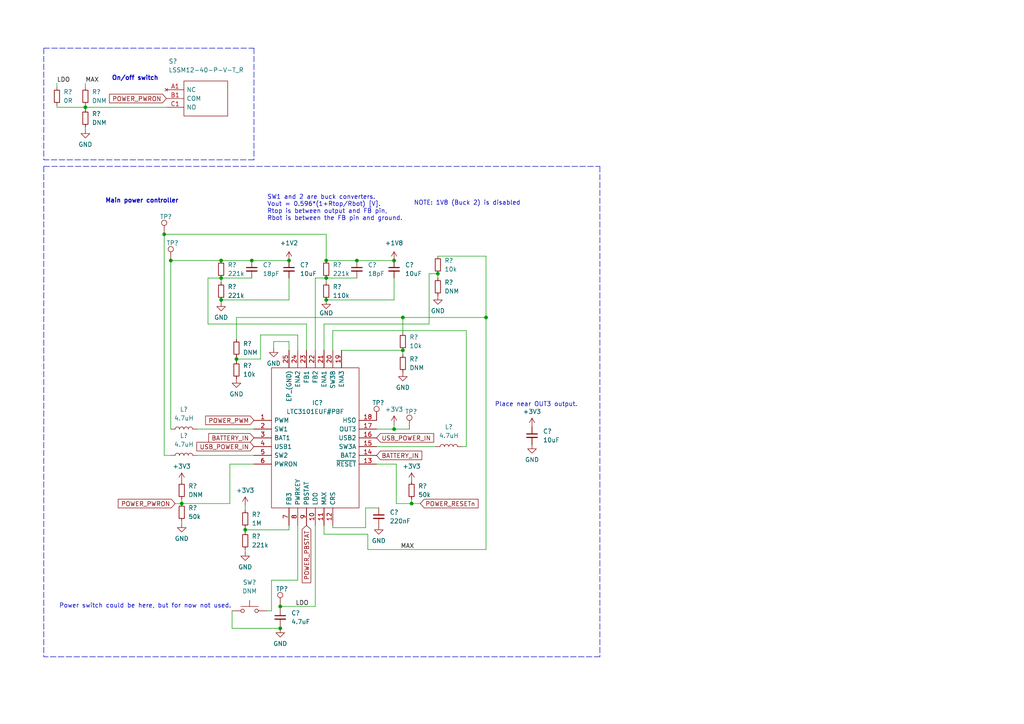
<source format=kicad_sch>
(kicad_sch (version 20211123) (generator eeschema)
  (paper "A4")
  (lib_symbols
    (symbol "Connector:TestPoint" (pin_numbers hide) (pin_names (offset 0.762) hide)
      (property "Reference" "TP" (at 0 6.858 0))
      (property "Value" "TestPoint" (at 0 5.08 0))
      (symbol "TestPoint_0_1"
        (circle (center 0 3.302) (radius 0.762))
      )
      (symbol "TestPoint_1_1"
        (pin passive line (at 0 0 90) (length 2.54) (name "1") (number "1"))
      )
    )
    (symbol "Device:C_Small" (pin_numbers hide) (pin_names (offset 0.254) hide)
      (property "Reference" "C" (at 0.254 1.778 0))
      (property "Value" "C_Small" (at 0.254 -2.032 0))
      (symbol "C_Small_0_1"
        (polyline (pts (xy -1.524 -0.508) (xy 1.524 -0.508)) (stroke (width 0.3302)))
        (polyline (pts (xy -1.524 0.508) (xy 1.524 0.508)) (stroke (width 0.3048)))
      )
      (symbol "C_Small_1_1"
        (pin passive line (at 0 2.54 270) (length 2.032) (name "~") (number "1"))
        (pin passive line (at 0 -2.54 90) (length 2.032) (name "~") (number "2"))
      )
    )
    (symbol "Device:L" (pin_numbers hide) (pin_names (offset 1.016) hide)
      (property "Reference" "L" (at -1.27 0 90))
      (property "Value" "L" (at 1.905 0 90))
      (symbol "L_0_1"
        (arc (start 0 -2.54) (mid 0.635 -1.905) (end 0 -1.27))
        (arc (start 0 -1.27) (mid 0.635 -0.635) (end 0 0))
        (arc (start 0 0) (mid 0.635 0.635) (end 0 1.27))
        (arc (start 0 1.27) (mid 0.635 1.905) (end 0 2.54))
      )
      (symbol "L_1_1"
        (pin passive line (at 0 3.81 270) (length 1.27) (name "1") (number "1"))
        (pin passive line (at 0 -3.81 90) (length 1.27) (name "2") (number "2"))
      )
    )
    (symbol "Device:R_Small" (pin_numbers hide) (pin_names (offset 0.254) hide)
      (property "Reference" "R" (at 0.762 0.508 0))
      (property "Value" "R_Small" (at 0.762 -1.016 0))
      (symbol "R_Small_0_1"
        (rectangle (start -0.762 1.778) (end 0.762 -1.778) (stroke (width 0.2032)))
      )
      (symbol "R_Small_1_1"
        (pin passive line (at 0 2.54 270) (length 0.762) (name "~") (number "1"))
        (pin passive line (at 0 -2.54 90) (length 0.762) (name "~") (number "2"))
      )
    )
    (symbol "SamacSys_Parts:LSSM12-40-P-V-T_R" (pin_names (offset 0.762))
      (property "Reference" "S" (at 19.05 7.62 0))
      (property "Value" "LSSM12-40-P-V-T_R" (at 19.05 5.08 0))
      (symbol "LSSM12-40-P-V-T_R_0_0"
        (pin no_connect line (at 0 0 0) (length 5.08) (name "NC") (number "A1"))
        (pin passive line (at 0 -2.54 0) (length 5.08) (name "COM") (number "B1"))
        (pin passive line (at 0 -5.08 0) (length 5.08) (name "NO") (number "C1"))
      )
      (symbol "LSSM12-40-P-V-T_R_0_1"
        (polyline (pts (xy 5.08 2.54) (xy 17.78 2.54) (xy 17.78 -7.62) (xy 5.08 -7.62) (xy 5.08 2.54)) (stroke (width 0.1524)))
      )
    )
    (symbol "SamacSys_Parts:LTC3101EUF#PBF" (pin_names (offset 0.762))
      (property "Reference" "IC" (at 31.75 20.32 0))
      (property "Value" "LTC3101EUF#PBF" (at 31.75 17.78 0))
      (symbol "LTC3101EUF#PBF_0_0"
        (pin passive line (at 0 0 0) (length 5.08) (name "PWM") (number "1"))
        (pin passive line (at 17.78 -30.48 90) (length 5.08) (name "LDO") (number "10"))
        (pin passive line (at 20.32 -30.48 90) (length 5.08) (name "MAX") (number "11"))
        (pin passive line (at 22.86 -30.48 90) (length 5.08) (name "CRS") (number "12"))
        (pin passive line (at 35.56 -12.7 180) (length 5.08) (name "~{RESET}") (number "13"))
        (pin passive line (at 35.56 -10.16 180) (length 5.08) (name "BAT2") (number "14"))
        (pin passive line (at 35.56 -7.62 180) (length 5.08) (name "SW3A") (number "15"))
        (pin passive line (at 35.56 -5.08 180) (length 5.08) (name "USB2") (number "16"))
        (pin passive line (at 35.56 -2.54 180) (length 5.08) (name "OUT3") (number "17"))
        (pin passive line (at 35.56 0 180) (length 5.08) (name "HSO") (number "18"))
        (pin passive line (at 25.4 20.32 270) (length 5.08) (name "ENA3") (number "19"))
        (pin passive line (at 0 -2.54 0) (length 5.08) (name "SW1") (number "2"))
        (pin passive line (at 22.86 20.32 270) (length 5.08) (name "SW3B") (number "20"))
        (pin passive line (at 20.32 20.32 270) (length 5.08) (name "ENA1") (number "21"))
        (pin passive line (at 17.78 20.32 270) (length 5.08) (name "FB2") (number "22"))
        (pin passive line (at 15.24 20.32 270) (length 5.08) (name "FB1") (number "23"))
        (pin passive line (at 12.7 20.32 270) (length 5.08) (name "ENA2") (number "24"))
        (pin passive line (at 10.16 20.32 270) (length 5.08) (name "EP_(GND)") (number "25"))
        (pin passive line (at 0 -5.08 0) (length 5.08) (name "BAT1") (number "3"))
        (pin passive line (at 0 -7.62 0) (length 5.08) (name "USB1") (number "4"))
        (pin passive line (at 0 -10.16 0) (length 5.08) (name "SW2") (number "5"))
        (pin passive line (at 0 -12.7 0) (length 5.08) (name "PWRON") (number "6"))
        (pin passive line (at 10.16 -30.48 90) (length 5.08) (name "FB3") (number "7"))
        (pin passive line (at 12.7 -30.48 90) (length 5.08) (name "PWRKEY") (number "8"))
        (pin passive line (at 15.24 -30.48 90) (length 5.08) (name "PBSTAT") (number "9"))
      )
      (symbol "LTC3101EUF#PBF_0_1"
        (polyline (pts (xy 5.08 15.24) (xy 30.48 15.24) (xy 30.48 -25.4) (xy 5.08 -25.4) (xy 5.08 15.24)) (stroke (width 0.1524)))
      )
    )
    (symbol "Switch:SW_MEC_5G" (pin_numbers hide) (pin_names (offset 1.016) hide)
      (property "Reference" "SW" (at 1.27 2.54 0))
      (property "Value" "SW_MEC_5G" (at 0 -1.524 0))
      (symbol "SW_MEC_5G_0_1"
        (circle (center -2.032 0) (radius 0.508))
        (polyline (pts (xy 0 1.27) (xy 0 3.048)))
        (polyline (pts (xy 2.54 1.27) (xy -2.54 1.27)))
        (circle (center 2.032 0) (radius 0.508))
        (pin passive line (at -5.08 0 0) (length 2.54) (name "A") (number "1"))
        (pin passive line (at 5.08 0 180) (length 2.54) (name "B") (number "3"))
      )
      (symbol "SW_MEC_5G_1_1"
        (pin passive line (at -5.08 0 0) (length 2.54) hide (name "A") (number "2"))
        (pin passive line (at 5.08 0 180) (length 2.54) hide (name "B") (number "4"))
      )
    )
    (symbol "power:+1V2" (power) (pin_names (offset 0))
      (property "Value" "+1V2" (at 0 3.556 0))
      (symbol "+1V2_0_1"
        (polyline (pts (xy -0.762 1.27) (xy 0 2.54)))
        (polyline (pts (xy 0 0) (xy 0 2.54)))
        (polyline (pts (xy 0 2.54) (xy 0.762 1.27)))
      )
      (symbol "+1V2_1_1"
        (pin power_in line (at 0 0 90) (length 0) hide (name "+1V2") (number "1"))
      )
    )
    (symbol "power:+1V8" (power) (pin_names (offset 0))
      (property "Value" "+1V8" (at 0 3.556 0))
      (symbol "+1V8_0_1"
        (polyline (pts (xy -0.762 1.27) (xy 0 2.54)))
        (polyline (pts (xy 0 0) (xy 0 2.54)))
        (polyline (pts (xy 0 2.54) (xy 0.762 1.27)))
      )
      (symbol "+1V8_1_1"
        (pin power_in line (at 0 0 90) (length 0) hide (name "+1V8") (number "1"))
      )
    )
    (symbol "power:+3V3" (power) (pin_names (offset 0))
      (property "Value" "+3V3" (at 0 3.556 0))
      (symbol "+3V3_0_1"
        (polyline (pts (xy -0.762 1.27) (xy 0 2.54)))
        (polyline (pts (xy 0 0) (xy 0 2.54)))
        (polyline (pts (xy 0 2.54) (xy 0.762 1.27)))
      )
      (symbol "+3V3_1_1"
        (pin power_in line (at 0 0 90) (length 0) hide (name "+3V3") (number "1"))
      )
    )
    (symbol "power:GND" (power) (pin_names (offset 0))
      (property "Value" "GND" (at 0 -3.81 0))
      (symbol "GND_0_1"
        (polyline (pts (xy 0 0) (xy 0 -1.27) (xy 1.27 -1.27) (xy 0 -2.54) (xy -1.27 -1.27) (xy 0 -1.27)))
      )
      (symbol "GND_1_1"
        (pin power_in line (at 0 0 270) (length 0) hide (name "GND") (number "1"))
      )
    )
  )
  (junction (at 116.84 92.075))
  (junction (at 49.53 75.565))
  (junction (at 47.625 67.945))
  (junction (at 24.765 31.115))
  (junction (at 68.58 104.14))
  (junction (at 119.38 146.05))
  (junction (at 64.135 86.995))
  (junction (at 94.615 86.995))
  (junction (at 64.135 80.645))
  (junction (at 73.025 75.565))
  (junction (at 114.3 75.565))
  (junction (at 52.705 146.05))
  (junction (at 114.3 124.46))
  (junction (at 94.615 75.565))
  (junction (at 103.505 75.565))
  (junction (at 127 79.375))
  (junction (at 116.84 101.6))
  (junction (at 140.97 92.075))
  (junction (at 81.28 175.895))
  (junction (at 81.28 182.245))
  (junction (at 83.82 75.565))
  (junction (at 71.12 153.67))
  (junction (at 64.135 75.565))
  (junction (at 94.615 80.645))
  (wire (pts (xy 93.98 152.4) (xy 93.98 154.94)))
  (wire (pts (xy 133.985 129.54) (xy 135.255 129.54)))
  (wire (pts (xy 91.44 80.645) (xy 94.615 80.645)))
  (wire (pts (xy 50.8 146.05) (xy 52.705 146.05)))
  (wire (pts (xy 68.58 103.505) (xy 68.58 104.14)))
  (wire (pts (xy 114.3 86.995) (xy 94.615 86.995)))
  (wire (pts (xy 75.565 104.14) (xy 68.58 104.14)))
  (wire (pts (xy 93.98 101.6) (xy 93.98 93.98)))
  (polyline (pts (xy 73.66 13.97) (xy 73.66 46.355)))
  (wire (pts (xy 16.51 24.13) (xy 16.51 25.4)))
  (wire (pts (xy 49.53 75.565) (xy 49.53 124.46)))
  (wire (pts (xy 24.765 31.115) (xy 24.765 31.75)))
  (wire (pts (xy 16.51 30.48) (xy 16.51 31.115)))
  (wire (pts (xy 93.98 154.94) (xy 106.68 154.94)))
  (wire (pts (xy 81.28 175.895) (xy 91.44 175.895)))
  (wire (pts (xy 75.565 97.155) (xy 75.565 104.14)))
  (wire (pts (xy 68.58 98.425) (xy 68.58 92.075)))
  (wire (pts (xy 140.97 74.295) (xy 140.97 92.075)))
  (wire (pts (xy 24.765 30.48) (xy 24.765 31.115)))
  (wire (pts (xy 83.82 99.06) (xy 83.82 101.6)))
  (wire (pts (xy 83.82 86.995) (xy 64.135 86.995)))
  (wire (pts (xy 64.135 80.645) (xy 64.135 81.915)))
  (wire (pts (xy 135.255 129.54) (xy 135.255 95.885)))
  (polyline (pts (xy 12.7 48.26) (xy 12.7 190.5)))
  (wire (pts (xy 106.68 159.385) (xy 140.97 159.385)))
  (wire (pts (xy 119.38 146.05) (xy 121.92 146.05)))
  (wire (pts (xy 48.26 31.115) (xy 24.765 31.115)))
  (wire (pts (xy 47.625 132.08) (xy 47.625 67.945)))
  (wire (pts (xy 67.31 177.165) (xy 67.31 182.245)))
  (wire (pts (xy 116.84 92.075) (xy 140.97 92.075)))
  (wire (pts (xy 71.12 159.385) (xy 71.12 160.02)))
  (wire (pts (xy 64.135 75.565) (xy 49.53 75.565)))
  (wire (pts (xy 109.22 129.54) (xy 126.365 129.54)))
  (wire (pts (xy 83.82 152.4) (xy 83.82 153.67)))
  (wire (pts (xy 52.705 144.78) (xy 52.705 146.05)))
  (wire (pts (xy 94.615 67.945) (xy 94.615 75.565)))
  (wire (pts (xy 64.135 75.565) (xy 73.025 75.565)))
  (wire (pts (xy 52.705 146.05) (xy 66.675 146.05)))
  (wire (pts (xy 124.46 93.98) (xy 124.46 79.375)))
  (wire (pts (xy 71.12 153.035) (xy 71.12 153.67)))
  (wire (pts (xy 57.15 132.08) (xy 73.66 132.08)))
  (wire (pts (xy 73.025 75.565) (xy 83.82 75.565)))
  (wire (pts (xy 94.615 80.645) (xy 94.615 81.915)))
  (wire (pts (xy 135.255 95.885) (xy 96.52 95.885)))
  (wire (pts (xy 93.98 93.98) (xy 124.46 93.98)))
  (wire (pts (xy 99.06 101.6) (xy 116.84 101.6)))
  (wire (pts (xy 86.36 101.6) (xy 86.36 97.155)))
  (wire (pts (xy 60.325 93.98) (xy 88.9 93.98)))
  (wire (pts (xy 106.045 153.035) (xy 96.52 153.035)))
  (polyline (pts (xy 73.66 46.355) (xy 12.7 46.355)))
  (wire (pts (xy 66.675 134.62) (xy 73.66 134.62)))
  (wire (pts (xy 24.765 24.13) (xy 24.765 25.4)))
  (wire (pts (xy 68.58 92.075) (xy 116.84 92.075)))
  (wire (pts (xy 68.58 104.14) (xy 68.58 104.775)))
  (wire (pts (xy 94.615 75.565) (xy 103.505 75.565)))
  (wire (pts (xy 96.52 95.885) (xy 96.52 101.6)))
  (wire (pts (xy 66.675 146.05) (xy 66.675 134.62)))
  (wire (pts (xy 77.47 177.165) (xy 78.74 177.165)))
  (wire (pts (xy 64.135 87.63) (xy 64.135 86.995)))
  (wire (pts (xy 83.82 153.67) (xy 71.12 153.67)))
  (wire (pts (xy 67.31 182.245) (xy 81.28 182.245)))
  (wire (pts (xy 24.765 36.83) (xy 24.765 37.465)))
  (wire (pts (xy 49.53 132.08) (xy 47.625 132.08)))
  (wire (pts (xy 127 79.375) (xy 127 80.645)))
  (wire (pts (xy 57.15 124.46) (xy 73.66 124.46)))
  (wire (pts (xy 114.3 80.645) (xy 114.3 86.995)))
  (wire (pts (xy 103.505 75.565) (xy 114.3 75.565)))
  (wire (pts (xy 88.9 93.98) (xy 88.9 101.6)))
  (wire (pts (xy 73.025 80.645) (xy 64.135 80.645)))
  (wire (pts (xy 71.12 146.685) (xy 71.12 147.955)))
  (polyline (pts (xy 173.99 48.26) (xy 173.99 190.5)))
  (wire (pts (xy 114.935 134.62) (xy 114.935 146.05)))
  (wire (pts (xy 106.045 147.32) (xy 106.045 153.035)))
  (wire (pts (xy 83.82 80.645) (xy 83.82 86.995)))
  (wire (pts (xy 71.12 153.67) (xy 71.12 154.305)))
  (wire (pts (xy 96.52 153.035) (xy 96.52 152.4)))
  (wire (pts (xy 78.74 177.165) (xy 78.74 168.275)))
  (wire (pts (xy 78.74 168.275) (xy 86.36 168.275)))
  (wire (pts (xy 140.97 92.075) (xy 140.97 159.385)))
  (wire (pts (xy 116.84 92.075) (xy 116.84 96.52)))
  (polyline (pts (xy 12.7 13.97) (xy 12.7 46.355)))
  (wire (pts (xy 116.84 101.6) (xy 116.84 102.87)))
  (wire (pts (xy 91.44 101.6) (xy 91.44 80.645)))
  (wire (pts (xy 60.325 80.645) (xy 60.325 93.98)))
  (wire (pts (xy 114.3 124.46) (xy 118.745 124.46)))
  (wire (pts (xy 103.505 80.645) (xy 94.615 80.645)))
  (wire (pts (xy 140.97 74.295) (xy 127 74.295)))
  (wire (pts (xy 64.135 80.645) (xy 60.325 80.645)))
  (wire (pts (xy 79.375 99.06) (xy 83.82 99.06)))
  (wire (pts (xy 114.3 123.19) (xy 114.3 124.46)))
  (wire (pts (xy 16.51 31.115) (xy 24.765 31.115)))
  (wire (pts (xy 124.46 79.375) (xy 127 79.375)))
  (wire (pts (xy 79.375 100.965) (xy 79.375 99.06)))
  (wire (pts (xy 81.28 175.895) (xy 81.28 176.53)))
  (wire (pts (xy 109.855 147.32) (xy 106.045 147.32)))
  (wire (pts (xy 86.36 97.155) (xy 75.565 97.155)))
  (wire (pts (xy 47.625 67.945) (xy 94.615 67.945)))
  (wire (pts (xy 114.3 124.46) (xy 109.22 124.46)))
  (wire (pts (xy 81.28 182.245) (xy 81.28 181.61)))
  (wire (pts (xy 52.705 151.13) (xy 52.705 151.765)))
  (wire (pts (xy 119.38 144.78) (xy 119.38 146.05)))
  (wire (pts (xy 106.68 154.94) (xy 106.68 159.385)))
  (polyline (pts (xy 12.7 48.26) (xy 173.99 48.26)))
  (polyline (pts (xy 12.7 13.97) (xy 73.66 13.97)))
  (polyline (pts (xy 173.99 190.5) (xy 12.7 190.5)))
  (wire (pts (xy 86.36 152.4) (xy 86.36 168.275)))
  (wire (pts (xy 109.22 134.62) (xy 114.935 134.62)))
  (wire (pts (xy 114.935 146.05) (xy 119.38 146.05)))
  (wire (pts (xy 91.44 152.4) (xy 91.44 175.895)))
  (text "Main power controller" (at 30.48 59.055 0) (effects (font (size 1.27 1.27) (thickness 0.254) bold) (justify left bottom)))
  (text "Power switch could be here, but for now not used. " (at 17.145 176.53 0) (effects (font (size 1.27 1.27)) (justify left bottom)))
  (text "SW1 and 2 are buck converters. \nVout = 0.596*(1+Rtop/Rbot) [V]. \nRtop is between output and FB pin, \nRbot is between the FB pin and ground. " (at 77.47 64.135 0) (effects (font (size 1.27 1.27)) (justify left bottom)))
  (text "NOTE: 1V8 (Buck 2) is disabled\n" (at 120.015 59.69 0) (effects (font (size 1.27 1.27)) (justify left bottom)))
  (text "On/off switch" (at 32.385 23.495 0) (effects (font (size 1.27 1.27) (thickness 0.254) bold) (justify left bottom)))
  (text "Place near OUT3 output. " (at 143.51 118.11 0) (effects (font (size 1.27 1.27)) (justify left bottom)))
  (label "LDO" (at 85.725 175.895 0))
  (label "MAX" (at 24.765 24.13 0))
  (label "MAX" (at 116.205 159.385 0))
  (label "LDO" (at 16.51 24.13 0))
  (global_label "POWER_PWRON" (shape input) (at 48.26 28.575 180) (property "Intersheet References" "${INTERSHEET_REFS}" (effects hide)))
  (global_label "POWER_PBSTAT" (shape input) (at 88.9 152.4 270) (property "Intersheet References" "${INTERSHEET_REFS}" (effects hide)))
  (global_label "USB_POWER_IN" (shape input) (at 109.22 127 0) (property "Intersheet References" "${INTERSHEET_REFS}" (effects hide)))
  (global_label "BATTERY_IN" (shape input) (at 73.66 127 180) (property "Intersheet References" "${INTERSHEET_REFS}" (effects hide)))
  (global_label "BATTERY_IN" (shape input) (at 109.22 132.08 0) (property "Intersheet References" "${INTERSHEET_REFS}" (effects hide)))
  (global_label "POWER_RESETn" (shape input) (at 121.92 146.05 0) (property "Intersheet References" "${INTERSHEET_REFS}" (effects hide)))
  (global_label "POWER_PWRON" (shape input) (at 50.8 146.05 180) (property "Intersheet References" "${INTERSHEET_REFS}" (effects hide)))
  (global_label "POWER_PWM" (shape input) (at 73.66 121.92 180) (property "Intersheet References" "${INTERSHEET_REFS}" (effects hide)))
  (global_label "USB_POWER_IN" (shape input) (at 73.66 129.54 180) (property "Intersheet References" "${INTERSHEET_REFS}" (effects hide)))
  (symbol (lib_id "Device:R_Small") (at 119.38 142.24 0) (unit 1)
    (property "Reference" "R?" (at 121.285 140.9699 0) (effects (justify left)))
    (property "Value" "50k" (at 121.285 143.5099 0) (effects (justify left)))
    (property "Footprint" "Resistor_SMD:R_0402_1005Metric" (effects hide))
  )
  (symbol (lib_id "power:GND") (at 94.615 86.995 0) (unit 1)
    (property "Reference" "#PWR?" (effects hide))
    (property "Value" "GND" (at 94.615 90.805 0))
  )
  (symbol (lib_id "power:GND") (at 24.765 37.465 0) (unit 1)
    (property "Reference" "#PWR?" (effects hide))
    (property "Value" "GND" (at 24.765 41.91 0))
  )
  (symbol (lib_id "power:+3V3") (at 71.12 146.685 0) (mirror y) (unit 1)
    (property "Reference" "#PWR?" (effects hide))
    (property "Value" "+3V3" (at 71.12 142.24 0))
  )
  (symbol (lib_id "power:+3V3") (at 119.38 139.7 0) (unit 1)
    (property "Reference" "#PWR?" (effects hide))
    (property "Value" "+3V3" (at 119.38 135.255 0))
  )
  (symbol (lib_id "power:GND") (at 71.12 160.02 0) (unit 1)
    (property "Reference" "#PWR?" (effects hide))
    (property "Value" "GND" (at 71.12 164.465 0))
  )
  (symbol (lib_id "power:GND") (at 127 85.725 0) (unit 1)
    (property "Reference" "#PWR?" (effects hide))
    (property "Value" "GND" (at 127 90.17 0))
  )
  (symbol (lib_id "Device:R_Small") (at 64.135 78.105 0) (unit 1)
    (property "Reference" "R?" (at 66.04 76.8349 0) (effects (justify left)))
    (property "Value" "221k" (at 66.04 79.3749 0) (effects (justify left)))
    (property "Footprint" "Resistor_SMD:R_0402_1005Metric" (effects hide))
  )
  (symbol (lib_id "power:GND") (at 109.855 152.4 0) (unit 1)
    (property "Reference" "#PWR?" (effects hide))
    (property "Value" "GND" (at 109.855 156.845 0))
  )
  (symbol (lib_id "Connector:TestPoint") (at 118.745 124.46 0) (unit 1)
    (property "Reference" "TP?" (at 117.475 119.38 0) (effects (justify left)))
    (property "Value" "3V3" (effects hide))
    (property "Footprint" "TestPoint:TestPoint_Pad_D1.5mm" (effects hide))
  )
  (symbol (lib_id "SamacSys_Parts:LSSM12-40-P-V-T_R") (at 48.26 26.035 0) (unit 1)
    (property "Reference" "S?" (at 48.895 17.78 0) (effects (justify left)))
    (property "Value" "LSSM12-40-P-V-T_R" (at 48.895 20.32 0) (effects (justify left)))
    (property "Footprint" "LSSM1240PVTR" (effects hide))
    (property "Datasheet" "https://componentsearchengine.com/Datasheets/1/LSSM12-40-P-V-T_R.pdf" (effects hide))
    (property "Description" "Slide Switches SLIDE SWITCH 1P2T WITH POST" (effects hide))
    (property "Height" "3.5" (effects hide))
    (property "Mouser Part Number" "113-LSSM1240PVT/R" (effects hide))
    (property "Mouser Price/Stock" "https://www.mouser.co.uk/ProductDetail/Diptronics/LSSM12-40-P-V-T-R?qs=wnTfsH77Xs77Ele9i%2FjVBA%3D%3D" (effects hide))
    (property "Manufacturer_Name" "Diptronics" (effects hide))
    (property "Manufacturer_Part_Number" "LSSM12-40-P-V-T/R" (effects hide))
  )
  (symbol (lib_id "Device:C_Small") (at 81.28 179.07 0) (unit 1)
    (property "Reference" "C?" (at 84.455 177.8062 0) (effects (justify left)))
    (property "Value" "4.7uF" (at 84.455 180.3462 0) (effects (justify left)))
    (property "Footprint" "Capacitor_SMD:C_0402_1005Metric" (effects hide))
    (property "PN" "JMK105BBJ475MV8F" (effects hide))
    (property "MFR" "Taiyo Yuden" (effects hide))
  )
  (symbol (lib_id "power:GND") (at 154.305 128.905 0) (unit 1)
    (property "Reference" "#PWR?" (effects hide))
    (property "Value" "GND" (at 154.305 133.35 0))
  )
  (symbol (lib_id "Device:R_Small") (at 94.615 84.455 0) (unit 1)
    (property "Reference" "R?" (at 96.52 83.1849 0) (effects (justify left)))
    (property "Value" "110k" (at 96.52 85.7249 0) (effects (justify left)))
    (property "Footprint" "Resistor_SMD:R_0402_1005Metric" (effects hide))
  )
  (symbol (lib_id "Device:R_Small") (at 64.135 84.455 0) (unit 1)
    (property "Reference" "R?" (at 66.04 83.1849 0) (effects (justify left)))
    (property "Value" "221k" (at 66.04 85.7249 0) (effects (justify left)))
    (property "Footprint" "Resistor_SMD:R_0402_1005Metric" (effects hide))
  )
  (symbol (lib_id "Device:R_Small") (at 68.58 100.965 0) (unit 1)
    (property "Reference" "R?" (at 70.485 99.6949 0) (effects (justify left)))
    (property "Value" "DNM" (at 70.485 102.2349 0) (effects (justify left)))
    (property "Footprint" "Resistor_SMD:R_0402_1005Metric" (effects hide))
  )
  (symbol (lib_id "Device:C_Small") (at 73.025 78.105 0) (unit 1)
    (property "Reference" "C?" (at 76.2 76.8412 0) (effects (justify left)))
    (property "Value" "18pF" (at 76.2 79.3812 0) (effects (justify left)))
    (property "Footprint" "Capacitor_SMD:C_0402_1005Metric" (effects hide))
    (property "PN" "GCQ1555C1H220FB01D" (effects hide))
    (property "MFR" "Murata" (effects hide))
  )
  (symbol (lib_id "power:GND") (at 81.28 182.245 0) (unit 1)
    (property "Reference" "#PWR?" (effects hide))
    (property "Value" "GND" (at 81.28 186.69 0))
  )
  (symbol (lib_id "Device:C_Small") (at 83.82 78.105 0) (unit 1)
    (property "Reference" "C?" (at 86.995 76.8412 0) (effects (justify left)))
    (property "Value" "10uF" (at 86.995 79.3812 0) (effects (justify left)))
    (property "Footprint" "Capacitor_SMD:C_0402_1005Metric" (effects hide))
    (property "PN" "AMK105CBJ106MVHF" (effects hide))
    (property "MFR" "Taiyo Yuden" (effects hide))
  )
  (symbol (lib_id "Connector:TestPoint") (at 47.625 67.945 0) (unit 1)
    (property "Reference" "TP?" (at 46.355 62.865 0) (effects (justify left)))
    (property "Value" "1V8" (effects hide))
    (property "Footprint" "TestPoint:TestPoint_Pad_D1.5mm" (effects hide))
  )
  (symbol (lib_id "power:+3V3") (at 114.3 123.19 0) (mirror y) (unit 1)
    (property "Reference" "#PWR?" (effects hide))
    (property "Value" "+3V3" (at 114.3 118.745 0))
  )
  (symbol (lib_id "SamacSys_Parts:LTC3101EUF#PBF") (at 73.66 121.92 0) (unit 1)
    (property "Reference" "IC?" (at 92.075 116.84 0))
    (property "Value" "LTC3101EUF#PBF" (at 91.44 119.38 0))
    (property "Footprint" "SamacSys_Parts:QFN50P400X400X80-25N-D" (effects hide))
    (property "Datasheet" "https://componentsearchengine.com/Datasheets/1/LTC3101EUF#PBF.pdf" (effects hide))
    (property "Description" "LDO Voltage Regulators 2-Cell AA Multioutput DC/DC Converter" (effects hide))
    (property "Height" "0.8" (effects hide))
    (property "Mouser Part Number" "584-LTC3101EUF#PBF" (effects hide))
    (property "Mouser Price/Stock" "https://www.mouser.com/Search/Refine.aspx?Keyword=584-LTC3101EUF%23PBF" (effects hide))
    (property "Manufacturer_Name" "Analog Devices" (effects hide))
    (property "Manufacturer_Part_Number" "LTC3101EUF#PBF" (effects hide))
  )
  (symbol (lib_id "Device:L") (at 130.175 129.54 90) (unit 1)
    (property "Reference" "L?" (at 130.175 123.825 90))
    (property "Value" "4.7uH" (at 130.175 126.365 90))
    (property "Footprint" "SamacSys_Parts:INDC2518X200N" (effects hide))
    (property "PN" "CBC2518T4R7M" (effects hide))
    (property "Mfr" "Taiyo Yuden" (effects hide))
  )
  (symbol (lib_id "power:GND") (at 64.135 87.63 0) (unit 1)
    (property "Reference" "#PWR?" (effects hide))
    (property "Value" "GND" (at 64.135 92.075 0))
  )
  (symbol (lib_id "Device:C_Small") (at 109.855 149.86 0) (unit 1)
    (property "Reference" "C?" (at 113.03 148.5962 0) (effects (justify left)))
    (property "Value" "220nF" (at 113.03 151.1362 0) (effects (justify left)))
    (property "Footprint" "Capacitor_SMD:C_0402_1005Metric" (effects hide))
    (property "PN" "TMF105B7222KVHF" (effects hide))
    (property "MFR" "Taiyo Yuden" (effects hide))
  )
  (symbol (lib_id "Device:R_Small") (at 127 76.835 0) (unit 1)
    (property "Reference" "R?" (at 128.905 75.5649 0) (effects (justify left)))
    (property "Value" "10k" (at 128.905 78.1049 0) (effects (justify left)))
    (property "Footprint" "Resistor_SMD:R_0402_1005Metric" (effects hide))
  )
  (symbol (lib_id "power:GND") (at 116.84 107.95 0) (unit 1)
    (property "Reference" "#PWR?" (effects hide))
    (property "Value" "GND" (at 116.84 112.395 0))
  )
  (symbol (lib_id "Device:R_Small") (at 94.615 78.105 0) (unit 1)
    (property "Reference" "R?" (at 96.52 76.8349 0) (effects (justify left)))
    (property "Value" "221k" (at 96.52 79.3749 0) (effects (justify left)))
    (property "Footprint" "Resistor_SMD:R_0402_1005Metric" (effects hide))
  )
  (symbol (lib_id "Device:R_Small") (at 52.705 148.59 0) (unit 1)
    (property "Reference" "R?" (at 54.61 147.3199 0) (effects (justify left)))
    (property "Value" "50k" (at 54.61 149.8599 0) (effects (justify left)))
    (property "Footprint" "Resistor_SMD:R_0402_1005Metric" (effects hide))
  )
  (symbol (lib_id "power:+3V3") (at 154.305 123.825 0) (mirror y) (unit 1)
    (property "Reference" "#PWR?" (effects hide))
    (property "Value" "+3V3" (at 154.305 119.38 0))
  )
  (symbol (lib_id "Connector:TestPoint") (at 49.53 75.565 0) (unit 1)
    (property "Reference" "TP?" (at 48.26 70.485 0) (effects (justify left)))
    (property "Value" "1V5" (effects hide))
    (property "Footprint" "TestPoint:TestPoint_Pad_D1.5mm" (effects hide))
  )
  (symbol (lib_id "Device:C_Small") (at 114.3 78.105 0) (unit 1)
    (property "Reference" "C?" (at 117.475 76.8412 0) (effects (justify left)))
    (property "Value" "10uF" (at 117.475 79.3812 0) (effects (justify left)))
    (property "Footprint" "Capacitor_SMD:C_0402_1005Metric" (effects hide))
    (property "PN" "AMK105CBJ106MVHF" (effects hide))
    (property "MFR" "Taiyo Yuden" (effects hide))
  )
  (symbol (lib_id "Device:R_Small") (at 116.84 105.41 0) (unit 1)
    (property "Reference" "R?" (at 118.745 104.1399 0) (effects (justify left)))
    (property "Value" "DNM" (at 118.745 106.6799 0) (effects (justify left)))
    (property "Footprint" "Resistor_SMD:R_0402_1005Metric" (effects hide))
  )
  (symbol (lib_id "Device:R_Small") (at 68.58 107.315 0) (unit 1)
    (property "Reference" "R?" (at 70.485 106.0449 0) (effects (justify left)))
    (property "Value" "10k" (at 70.485 108.5849 0) (effects (justify left)))
    (property "Footprint" "Resistor_SMD:R_0402_1005Metric" (effects hide))
  )
  (symbol (lib_id "power:+1V2") (at 83.82 75.565 0) (unit 1)
    (property "Reference" "#PWR?" (effects hide))
    (property "Value" "+1V2" (at 83.82 70.485 0))
  )
  (symbol (lib_id "Device:R_Small") (at 116.84 99.06 0) (unit 1)
    (property "Reference" "R?" (at 118.745 97.7899 0) (effects (justify left)))
    (property "Value" "10k" (at 118.745 100.3299 0) (effects (justify left)))
    (property "Footprint" "Resistor_SMD:R_0402_1005Metric" (effects hide))
  )
  (symbol (lib_id "Device:C_Small") (at 154.305 126.365 0) (unit 1)
    (property "Reference" "C?" (at 157.48 125.1012 0) (effects (justify left)))
    (property "Value" "10uF" (at 157.48 127.6412 0) (effects (justify left)))
    (property "Footprint" "Capacitor_SMD:C_0402_1005Metric" (effects hide))
    (property "PN" "AMK105CBJ106MVHF" (effects hide))
    (property "MFR" "Taiyo Yuden" (effects hide))
  )
  (symbol (lib_id "Device:C_Small") (at 103.505 78.105 0) (unit 1)
    (property "Reference" "C?" (at 106.68 76.8412 0) (effects (justify left)))
    (property "Value" "18pF" (at 106.68 79.3812 0) (effects (justify left)))
    (property "Footprint" "Capacitor_SMD:C_0402_1005Metric" (effects hide))
    (property "PN" "GCQ1555C1H220FB01D" (effects hide))
    (property "MFR" "Murata" (effects hide))
  )
  (symbol (lib_id "Switch:SW_MEC_5G") (at 72.39 177.165 0) (unit 1)
    (property "Reference" "SW?" (at 72.39 168.91 0))
    (property "Value" "DNM" (at 72.39 171.45 0))
    (property "Footprint" "Button_Switch_SMD:SW_SPST_B3U-1000P-B" (effects hide))
    (property "Datasheet" "http://www.apem.com/int/index.php?controller=attachment&id_attachment=488" (effects hide))
  )
  (symbol (lib_id "Device:R_Small") (at 127 83.185 0) (unit 1)
    (property "Reference" "R?" (at 128.905 81.9149 0) (effects (justify left)))
    (property "Value" "DNM" (at 128.905 84.4549 0) (effects (justify left)))
    (property "Footprint" "Resistor_SMD:R_0402_1005Metric" (effects hide))
  )
  (symbol (lib_id "Connector:TestPoint") (at 109.22 121.92 0) (unit 1)
    (property "Reference" "TP?" (at 107.95 116.84 0) (effects (justify left)))
    (property "Value" "HSO" (effects hide))
    (property "Footprint" "TestPoint:TestPoint_Pad_D1.5mm" (effects hide))
  )
  (symbol (lib_id "Device:R_Small") (at 16.51 27.94 0) (unit 1)
    (property "Reference" "R?" (at 18.415 26.6699 0) (effects (justify left)))
    (property "Value" "0R" (at 18.415 29.2099 0) (effects (justify left)))
    (property "Footprint" "Resistor_SMD:R_0402_1005Metric" (effects hide))
  )
  (symbol (lib_id "power:GND") (at 79.375 100.965 0) (unit 1)
    (property "Reference" "#PWR?" (effects hide))
    (property "Value" "GND" (at 79.375 105.41 0))
  )
  (symbol (lib_id "power:+3V3") (at 52.705 139.7 0) (unit 1)
    (property "Reference" "#PWR?" (effects hide))
    (property "Value" "+3V3" (at 52.705 135.255 0))
  )
  (symbol (lib_id "Device:R_Small") (at 52.705 142.24 0) (unit 1)
    (property "Reference" "R?" (at 54.61 140.9699 0) (effects (justify left)))
    (property "Value" "DNM" (at 54.61 143.5099 0) (effects (justify left)))
    (property "Footprint" "Resistor_SMD:R_0402_1005Metric" (effects hide))
  )
  (symbol (lib_id "Device:R_Small") (at 71.12 150.495 0) (unit 1)
    (property "Reference" "R?" (at 73.025 149.2249 0) (effects (justify left)))
    (property "Value" "1M" (at 73.025 151.7649 0) (effects (justify left)))
    (property "Footprint" "Resistor_SMD:R_0402_1005Metric" (effects hide))
  )
  (symbol (lib_id "Device:R_Small") (at 24.765 27.94 0) (unit 1)
    (property "Reference" "R?" (at 26.67 26.6699 0) (effects (justify left)))
    (property "Value" "DNM" (at 26.67 29.2099 0) (effects (justify left)))
    (property "Footprint" "Resistor_SMD:R_0402_1005Metric" (effects hide))
  )
  (symbol (lib_id "Device:L") (at 53.34 124.46 90) (unit 1)
    (property "Reference" "L?" (at 53.34 118.745 90))
    (property "Value" "4.7uH" (at 53.34 121.285 90))
    (property "Footprint" "SamacSys_Parts:INDC2518X200N" (effects hide))
    (property "PN" "CBC2518T4R7M" (effects hide))
    (property "Mfr" "Taiyo Yuden" (effects hide))
  )
  (symbol (lib_id "power:GND") (at 52.705 151.765 0) (unit 1)
    (property "Reference" "#PWR?" (effects hide))
    (property "Value" "GND" (at 52.705 156.21 0))
  )
  (symbol (lib_id "Device:R_Small") (at 24.765 34.29 0) (unit 1)
    (property "Reference" "R?" (at 26.67 33.0199 0) (effects (justify left)))
    (property "Value" "DNM" (at 26.67 35.5599 0) (effects (justify left)))
    (property "Footprint" "Resistor_SMD:R_0402_1005Metric" (effects hide))
  )
  (symbol (lib_id "power:+1V8") (at 114.3 75.565 0) (unit 1)
    (property "Reference" "#PWR?" (effects hide))
    (property "Value" "+1V8" (at 114.3 70.485 0))
  )
  (symbol (lib_id "Device:L") (at 53.34 132.08 90) (unit 1)
    (property "Reference" "L?" (at 53.34 126.365 90))
    (property "Value" "4.7uH" (at 53.34 128.905 90))
    (property "Footprint" "SamacSys_Parts:INDC2518X200N" (effects hide))
    (property "PN" "CBC2518T4R7M" (effects hide))
    (property "Mfr" "Taiyo Yuden" (effects hide))
  )
  (symbol (lib_id "power:GND") (at 68.58 109.855 0) (unit 1)
    (property "Reference" "#PWR?" (effects hide))
    (property "Value" "GND" (at 68.58 114.3 0))
  )
  (symbol (lib_id "Connector:TestPoint") (at 81.28 175.895 0) (unit 1)
    (property "Reference" "TP?" (at 80.01 170.815 0) (effects (justify left)))
    (property "Value" "LDO" (effects hide))
    (property "Footprint" "TestPoint:TestPoint_Pad_D1.5mm" (effects hide))
  )
  (symbol (lib_id "Device:R_Small") (at 71.12 156.845 0) (unit 1)
    (property "Reference" "R?" (at 73.025 155.5749 0) (effects (justify left)))
    (property "Value" "221k" (at 73.025 158.1149 0) (effects (justify left)))
    (property "Footprint" "Resistor_SMD:R_0402_1005Metric" (effects hide))
  )
)
</source>
